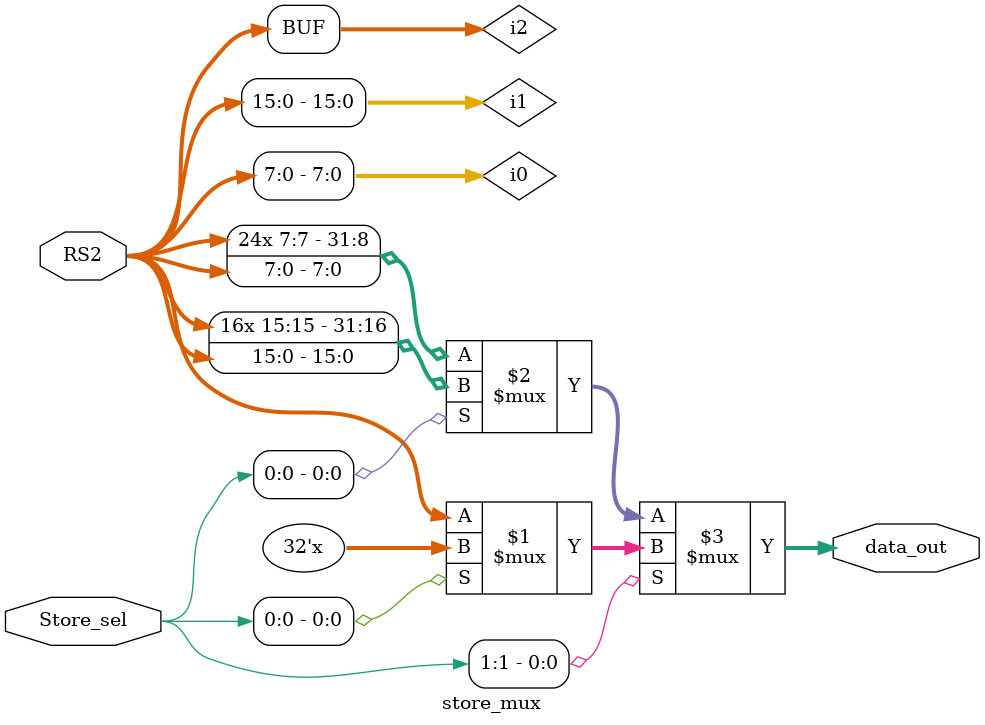
<source format=v>
`timescale 1ns / 1ps


module store_mux(RS2,Store_sel,data_out);
input [31:0] RS2;
input [1:0] Store_sel;
output [31:0] data_out;
wire [7:0] i0;
wire [15:0] i1;    // connect lower two bits of funct3 to Store_sel
wire [31:0] i2;
assign i0 = RS2[7:0];
assign i1 = RS2[15:0];
assign i2 = RS2[31:0];
assign data_out = Store_sel[1] ? (Store_sel[0] ? 32'bx:i2 ) :( Store_sel[0] ? {{16{i1[15]}},i1}:{{24{i0[7]}},i0});

endmodule

</source>
